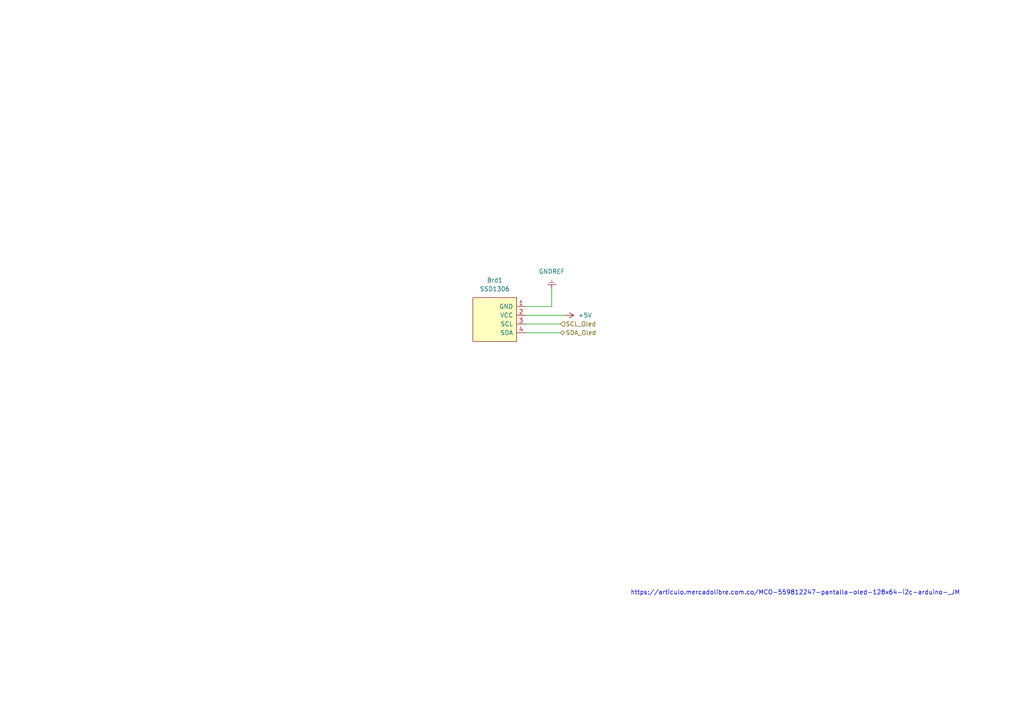
<source format=kicad_sch>
(kicad_sch (version 20211123) (generator eeschema)
  (paper "A4")
  (lib_symbols
    (symbol "SSD1306-128x64_OLED:SSD1306" (pin_names (offset 1.016))
      (property "Reference" "Brd" (at 0 -3.81 0))
      (property "Value" "SSD1306" (at 0 -1.27 0))
      (symbol "SSD1306_0_1"
        (rectangle (start -6.35 6.35) (end 6.35 -6.35) (fill (type background)))
      )
      (symbol "SSD1306_1_1"
        (pin input line (at -3.81 8.89 270) (length 2.54) (name "GND") (number "1"))
        (pin input line (at -1.27 8.89 270) (length 2.54) (name "VCC") (number "2"))
        (pin input line (at 1.27 8.89 270) (length 2.54) (name "SCL") (number "3"))
        (pin input line (at 3.81 8.89 270) (length 2.54) (name "SDA") (number "4"))
      )
    )
    (symbol "power:+5V" (power) (pin_names (offset 0))
      (property "Value" "+5V" (at 0 3.556 0))
      (symbol "+5V_0_1"
        (polyline (pts (xy -0.762 1.27) (xy 0 2.54)))
        (polyline (pts (xy 0 0) (xy 0 2.54)))
        (polyline (pts (xy 0 2.54) (xy 0.762 1.27)))
      )
      (symbol "+5V_1_1"
        (pin power_in line (at 0 0 90) (length 0) hide (name "+5V") (number "1"))
      )
    )
    (symbol "power:GNDREF" (power) (pin_names (offset 0))
      (property "Value" "GNDREF" (at 0 -3.81 0))
      (symbol "GNDREF_0_1"
        (polyline (pts (xy -0.635 -1.905) (xy 0.635 -1.905)))
        (polyline (pts (xy -0.127 -2.54) (xy 0.127 -2.54)))
        (polyline (pts (xy 0 -1.27) (xy 0 0)))
        (polyline (pts (xy 1.27 -1.27) (xy -1.27 -1.27)))
      )
      (symbol "GNDREF_1_1"
        (pin power_in line (at 0 0 270) (length 0) hide (name "GNDREF") (number "1"))
      )
    )
  )
  (wire (pts (xy 160.02 88.9) (xy 160.02 83.82)))
  (wire (pts (xy 152.4 93.98) (xy 162.56 93.98)))
  (wire (pts (xy 152.4 88.9) (xy 160.02 88.9)))
  (wire (pts (xy 152.4 91.44) (xy 163.83 91.44)))
  (wire (pts (xy 152.4 96.52) (xy 162.56 96.52)))
  (text "https://articulo.mercadolibre.com.co/MCO-559812247-pantalla-oled-128x64-i2c-arduino-_JM" (at 182.88 172.72 0) (effects (font (size 1.27 1.27)) (justify left bottom)))
  (hierarchical_label "SDA_Oled" (shape bidirectional) (at 162.56 96.52 0))
  (hierarchical_label "SCL_Oled" (shape input) (at 162.56 93.98 0))
  (symbol (lib_id "power:GNDREF") (at 160.02 83.82 180) (unit 1)
    (property "Reference" "#PWR0138" (effects hide))
    (property "Value" "GNDREF" (at 160.02 78.74 0))
  )
  (symbol (lib_id "SSD1306-128x64_OLED:SSD1306") (at 143.51 92.71 270) (unit 1)
    (property "Reference" "Brd1" (at 143.51 81.28 90))
    (property "Value" "SSD1306" (at 143.51 83.82 90))
    (property "Footprint" "SSD1306:128x64OLED" (effects hide))
    (property "Datasheet" "https://cdn-shop.adafruit.com/datasheets/SSD1306.pdf" (effects hide))
  )
  (symbol (lib_id "power:+5V") (at 163.83 91.44 270) (unit 1)
    (property "Reference" "#PWR0139" (effects hide))
    (property "Value" "+5V" (at 167.64 91.4399 90) (effects (justify left)))
  )
)
</source>
